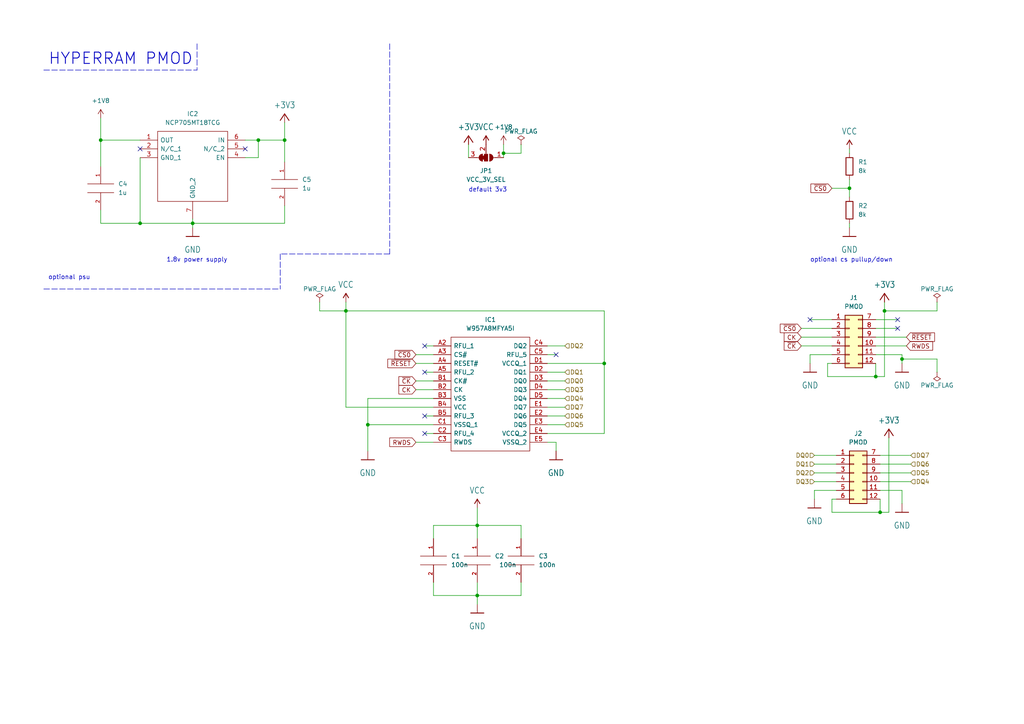
<source format=kicad_sch>
(kicad_sch (version 20211123) (generator eeschema)
  (paper "A4")
  (title_block (title "Hyperram PMOD") (date "2023-01-06") (rev "1") (company "picoLemon"))
  (lib_symbols
    (symbol "Connector_Generic:Conn_02x06_Top_Bottom" (pin_names (offset 1.016) hide)
      (property "Reference" "J" (at 1.27 7.62 0))
      (property "Value" "Conn_02x06_Top_Bottom" (at 1.27 -10.16 0))
      (symbol "Conn_02x06_Top_Bottom_1_1"
        (rectangle (start -1.27 -7.493) (end 0 -7.747) (stroke (width 0.1524)))
        (rectangle (start -1.27 -4.953) (end 0 -5.207) (stroke (width 0.1524)))
        (rectangle (start -1.27 -2.413) (end 0 -2.667) (stroke (width 0.1524)))
        (rectangle (start -1.27 0.127) (end 0 -0.127) (stroke (width 0.1524)))
        (rectangle (start -1.27 2.667) (end 0 2.413) (stroke (width 0.1524)))
        (rectangle (start -1.27 5.207) (end 0 4.953) (stroke (width 0.1524)))
        (rectangle (start -1.27 6.35) (end 3.81 -8.89) (stroke (width 0.254)) (fill (type background)))
        (rectangle (start 3.81 -7.493) (end 2.54 -7.747) (stroke (width 0.1524)))
        (rectangle (start 3.81 -4.953) (end 2.54 -5.207) (stroke (width 0.1524)))
        (rectangle (start 3.81 -2.413) (end 2.54 -2.667) (stroke (width 0.1524)))
        (rectangle (start 3.81 0.127) (end 2.54 -0.127) (stroke (width 0.1524)))
        (rectangle (start 3.81 2.667) (end 2.54 2.413) (stroke (width 0.1524)))
        (rectangle (start 3.81 5.207) (end 2.54 4.953) (stroke (width 0.1524)))
        (pin passive line (at -5.08 5.08 0) (length 3.81) (name "Pin_1") (number "1"))
        (pin passive line (at 7.62 -2.54 180) (length 3.81) (name "Pin_10") (number "10"))
        (pin passive line (at 7.62 -5.08 180) (length 3.81) (name "Pin_11") (number "11"))
        (pin passive line (at 7.62 -7.62 180) (length 3.81) (name "Pin_12") (number "12"))
        (pin passive line (at -5.08 2.54 0) (length 3.81) (name "Pin_2") (number "2"))
        (pin passive line (at -5.08 0 0) (length 3.81) (name "Pin_3") (number "3"))
        (pin passive line (at -5.08 -2.54 0) (length 3.81) (name "Pin_4") (number "4"))
        (pin passive line (at -5.08 -5.08 0) (length 3.81) (name "Pin_5") (number "5"))
        (pin passive line (at -5.08 -7.62 0) (length 3.81) (name "Pin_6") (number "6"))
        (pin passive line (at 7.62 5.08 180) (length 3.81) (name "Pin_7") (number "7"))
        (pin passive line (at 7.62 2.54 180) (length 3.81) (name "Pin_8") (number "8"))
        (pin passive line (at 7.62 0 180) (length 3.81) (name "Pin_9") (number "9"))
      )
    )
    (symbol "Device:R" (pin_numbers hide) (pin_names (offset 0))
      (property "Reference" "R" (at 2.032 0 90))
      (property "Value" "R" (at 0 0 90))
      (symbol "R_0_1"
        (rectangle (start -1.016 -2.54) (end 1.016 2.54) (stroke (width 0.254)))
      )
      (symbol "R_1_1"
        (pin passive line (at 0 3.81 270) (length 1.27) (name "~") (number "1"))
        (pin passive line (at 0 -3.81 90) (length 1.27) (name "~") (number "2"))
      )
    )
    (symbol "NCP705MT18TCG_1" (pin_names (offset 0.762))
      (property "Reference" "IC" (at 26.67 7.62 0))
      (property "Value" "NCP705MT18TCG_1" (at 26.67 5.08 0))
      (symbol "NCP705MT18TCG_1_0_0"
        (pin passive line (at 0 0 0) (length 5.08) (name "OUT") (number "1"))
        (pin passive line (at 0 -2.54 0) (length 5.08) (name "N/C_1") (number "2"))
        (pin passive line (at 0 -5.08 0) (length 5.08) (name "GND_1") (number "3"))
        (pin passive line (at 30.48 -5.08 180) (length 5.08) (name "EN") (number "4"))
        (pin passive line (at 30.48 -2.54 180) (length 5.08) (name "N/C_2") (number "5"))
        (pin passive line (at 30.48 0 180) (length 5.08) (name "IN") (number "6"))
        (pin passive line (at 15.24 -22.86 90) (length 5.08) (name "GND_2") (number "7"))
      )
      (symbol "NCP705MT18TCG_1_0_1"
        (polyline (pts (xy 5.08 2.54) (xy 25.4 2.54) (xy 25.4 -17.78) (xy 5.08 -17.78) (xy 5.08 2.54)) (stroke (width 0.1524)))
      )
    )
    (symbol "W957A8MFYA5I:W957A8MFYA5I" (pin_names (offset 0.762))
      (property "Reference" "IC" (at 29.21 7.62 0))
      (property "Value" "W957A8MFYA5I" (at 29.21 5.08 0))
      (symbol "W957A8MFYA5I_0_0"
        (pin passive line (at 0 0 0) (length 5.08) (name "RFU_1") (number "A2"))
        (pin passive line (at 0 -2.54 0) (length 5.08) (name "CS#") (number "A3"))
        (pin passive line (at 0 -5.08 0) (length 5.08) (name "RESET#") (number "A4"))
        (pin passive line (at 0 -7.62 0) (length 5.08) (name "RFU_2") (number "A5"))
        (pin passive line (at 0 -10.16 0) (length 5.08) (name "CK#") (number "B1"))
        (pin passive line (at 0 -12.7 0) (length 5.08) (name "CK") (number "B2"))
        (pin passive line (at 0 -15.24 0) (length 5.08) (name "VSS") (number "B3"))
        (pin passive line (at 0 -17.78 0) (length 5.08) (name "VCC") (number "B4"))
        (pin passive line (at 0 -20.32 0) (length 5.08) (name "RFU_3") (number "B5"))
        (pin passive line (at 0 -22.86 0) (length 5.08) (name "VSSQ_1") (number "C1"))
        (pin passive line (at 0 -25.4 0) (length 5.08) (name "RFU_4") (number "C2"))
        (pin passive line (at 0 -27.94 0) (length 5.08) (name "RWDS") (number "C3"))
        (pin passive line (at 33.02 0 180) (length 5.08) (name "DQ2") (number "C4"))
        (pin passive line (at 33.02 -2.54 180) (length 5.08) (name "RFU_5") (number "C5"))
        (pin passive line (at 33.02 -5.08 180) (length 5.08) (name "VCCQ_1") (number "D1"))
        (pin passive line (at 33.02 -7.62 180) (length 5.08) (name "DQ1") (number "D2"))
        (pin passive line (at 33.02 -10.16 180) (length 5.08) (name "DQ0") (number "D3"))
        (pin passive line (at 33.02 -12.7 180) (length 5.08) (name "DQ3") (number "D4"))
        (pin passive line (at 33.02 -15.24 180) (length 5.08) (name "DQ4") (number "D5"))
        (pin passive line (at 33.02 -17.78 180) (length 5.08) (name "DQ7") (number "E1"))
        (pin passive line (at 33.02 -20.32 180) (length 5.08) (name "DQ6") (number "E2"))
        (pin passive line (at 33.02 -22.86 180) (length 5.08) (name "DQ5") (number "E3"))
        (pin passive line (at 33.02 -25.4 180) (length 5.08) (name "VCCQ_2") (number "E4"))
        (pin passive line (at 33.02 -27.94 180) (length 5.08) (name "VSSQ_2") (number "E5"))
      )
      (symbol "W957A8MFYA5I_0_1"
        (polyline (pts (xy 5.08 2.54) (xy 27.94 2.54) (xy 27.94 -30.48) (xy 5.08 -30.48) (xy 5.08 2.54)) (stroke (width 0.1524)))
      )
    )
    (symbol "custom_jumpers:SolderJumper_3_Bridged23" (pin_names (offset 0) hide)
      (property "Reference" "JP" (at -2.54 -2.54 0))
      (property "Value" "SolderJumper_3_Bridged23" (at 0 2.794 0))
      (symbol "SolderJumper_3_Bridged23_0_1"
        (arc (start -1.016 1.016) (mid -2.032 0) (end -1.016 -1.016))
        (arc (start -1.016 1.016) (mid -2.032 0) (end -1.016 -1.016) (fill (type outline)))
        (rectangle (start -0.508 1.016) (end 0.508 -1.016) (fill (type outline)))
        (polyline (pts (xy -2.54 0) (xy -2.032 0)))
        (polyline (pts (xy -1.016 1.016) (xy -1.016 -1.016)))
        (polyline (pts (xy 0 -1.27) (xy 0 -1.016)))
        (polyline (pts (xy 1.016 1.016) (xy 1.016 -1.016)))
        (polyline (pts (xy 2.54 0) (xy 2.032 0)))
        (rectangle (start 0.4318 0.508) (end 0.9398 -0.508) (fill (type outline)))
        (arc (start 1.016 -1.016) (mid 2.032 0) (end 1.016 1.016))
        (arc (start 1.016 -1.016) (mid 2.032 0) (end 1.016 1.016) (fill (type outline)))
      )
      (symbol "SolderJumper_3_Bridged23_1_1"
        (pin passive line (at -5.08 0 0) (length 2.54) (name "A") (number "1"))
        (pin passive line (at 0 -3.81 90) (length 2.54) (name "C") (number "2"))
        (pin passive line (at 5.08 0 180) (length 2.54) (name "B") (number "3"))
      )
    )
    (symbol "hyperram-sm-x1-eagle-import:+3V3" (power)
      (property "Value" "+3V3" (at -2.54 -5.08 90))
      (symbol "+3V3_1_0"
        (polyline (pts (xy 0 0) (xy -1.27 -1.905)) (stroke (width 0.254)))
        (polyline (pts (xy 1.27 -1.905) (xy 0 0)) (stroke (width 0.254)))
        (pin power_in line (at 0 -2.54 90) (length 2.54) (name "+3V3") (number "1"))
      )
    )
    (symbol "hyperram-sm-x1-eagle-import:GND" (power)
      (property "Value" "GND" (at -2.54 -2.54 0))
      (symbol "GND_1_0"
        (polyline (pts (xy -1.905 0) (xy 1.905 0)) (stroke (width 0.254)))
        (pin power_in line (at 0 2.54 270) (length 2.54) (name "GND") (number "1"))
      )
    )
    (symbol "hyperram-sm-x1-eagle-import:VCC" (power)
      (property "Value" "VCC" (at -1.016 3.556 0))
      (symbol "VCC_1_0"
        (polyline (pts (xy 0 2.54) (xy -0.762 1.27)) (stroke (width 0.254)))
        (polyline (pts (xy 0.762 1.27) (xy 0 2.54)) (stroke (width 0.254)))
        (pin power_in line (at 0 0 90) (length 2.54) (name "VCC") (number "1"))
      )
    )
    (symbol "power:+1V8" (power) (pin_names (offset 0))
      (property "Value" "+1V8" (at 0 3.556 0))
      (symbol "+1V8_0_1"
        (polyline (pts (xy -0.762 1.27) (xy 0 2.54)))
        (polyline (pts (xy 0 0) (xy 0 2.54)))
        (polyline (pts (xy 0 2.54) (xy 0.762 1.27)))
      )
      (symbol "+1V8_1_1"
        (pin power_in line (at 0 0 90) (length 0) hide (name "+1V8") (number "1"))
      )
    )
    (symbol "power:PWR_FLAG" (power) (pin_numbers hide) (pin_names (offset 0) hide)
      (property "Value" "PWR_FLAG" (at 0 3.81 0))
      (symbol "PWR_FLAG_0_0"
        (pin power_out line (at 0 0 90) (length 0) (name "pwr") (number "1"))
      )
      (symbol "PWR_FLAG_0_1"
        (polyline (pts (xy 0 0) (xy 0 1.27) (xy -1.016 1.905) (xy 0 2.54) (xy 1.016 1.905) (xy 0 1.27)))
      )
    )
    (symbol "pspice:CAP" (pin_names (offset 0.254))
      (property "Reference" "C" (at 2.54 3.81 90))
      (property "Value" "CAP" (at 2.54 -3.81 90))
      (symbol "CAP_0_1"
        (polyline (pts (xy -3.81 -1.27) (xy 3.81 -1.27)))
        (polyline (pts (xy -3.81 1.27) (xy 3.81 1.27)))
      )
      (symbol "CAP_1_1"
        (pin passive line (at 0 6.35 270) (length 5.08) (name "~") (number "1"))
        (pin passive line (at 0 -6.35 90) (length 5.08) (name "~") (number "2"))
      )
    )
  )
  (junction (at 40.64 64.77))
  (junction (at 175.26 105.41))
  (junction (at 55.88 64.77))
  (junction (at 138.43 172.72))
  (junction (at 138.43 152.4))
  (junction (at 255.27 148.59))
  (junction (at 261.62 104.14))
  (junction (at 100.33 90.17))
  (junction (at 146.05 44.45))
  (junction (at 29.21 40.64))
  (junction (at 246.38 54.61))
  (junction (at 254 109.22))
  (junction (at 106.68 123.19))
  (junction (at 74.93 40.64))
  (junction (at 256.54 90.17))
  (junction (at 82.55 40.64))
  (no_connect (at 123.19 100.33))
  (no_connect (at 123.19 120.65))
  (no_connect (at 123.19 125.73))
  (no_connect (at 123.19 107.95))
  (no_connect (at 234.95 92.71))
  (no_connect (at 161.29 102.87))
  (no_connect (at 71.12 43.18))
  (no_connect (at 40.64 43.18))
  (no_connect (at 260.35 92.71))
  (no_connect (at 260.35 95.25))
  (wire (pts (xy 151.13 156.21) (xy 151.13 152.4)))
  (wire (pts (xy 138.43 152.4) (xy 138.43 156.21)))
  (wire (pts (xy 246.38 54.61) (xy 246.38 57.15)))
  (wire (pts (xy 158.75 125.73) (xy 175.26 125.73)))
  (wire (pts (xy 158.75 107.95) (xy 163.83 107.95)))
  (wire (pts (xy 246.38 43.18) (xy 246.38 44.45)))
  (wire (pts (xy 146.05 44.45) (xy 151.13 44.45)))
  (wire (pts (xy 120.65 102.87) (xy 125.73 102.87)))
  (wire (pts (xy 74.93 45.72) (xy 71.12 45.72)))
  (wire (pts (xy 246.38 52.07) (xy 246.38 54.61)))
  (wire (pts (xy 255.27 148.59) (xy 257.81 148.59)))
  (wire (pts (xy 82.55 64.77) (xy 55.88 64.77)))
  (wire (pts (xy 254 100.33) (xy 262.89 100.33)))
  (wire (pts (xy 100.33 87.63) (xy 100.33 90.17)))
  (wire (pts (xy 246.38 64.77) (xy 246.38 66.04)))
  (polyline (pts (xy 113.03 73.66) (xy 81.28 73.66)))
  (polyline (pts (xy 12.7 20.32) (xy 57.15 20.32)))
  (wire (pts (xy 55.88 64.77) (xy 55.88 66.04)))
  (wire (pts (xy 234.95 105.41) (xy 234.95 102.87)))
  (wire (pts (xy 240.03 109.22) (xy 254 109.22)))
  (wire (pts (xy 82.55 40.64) (xy 82.55 46.99)))
  (wire (pts (xy 158.75 105.41) (xy 175.26 105.41)))
  (wire (pts (xy 123.19 125.73) (xy 125.73 125.73)))
  (wire (pts (xy 82.55 35.56) (xy 82.55 40.64)))
  (wire (pts (xy 146.05 41.91) (xy 146.05 44.45)))
  (wire (pts (xy 271.78 104.14) (xy 261.62 104.14)))
  (wire (pts (xy 125.73 152.4) (xy 138.43 152.4)))
  (wire (pts (xy 100.33 90.17) (xy 100.33 118.11)))
  (wire (pts (xy 138.43 168.91) (xy 138.43 172.72)))
  (wire (pts (xy 158.75 118.11) (xy 163.83 118.11)))
  (wire (pts (xy 254 109.22) (xy 256.54 109.22)))
  (wire (pts (xy 261.62 104.14) (xy 261.62 102.87)))
  (wire (pts (xy 151.13 168.91) (xy 151.13 172.72)))
  (wire (pts (xy 236.22 134.62) (xy 242.57 134.62)))
  (wire (pts (xy 123.19 107.95) (xy 125.73 107.95)))
  (wire (pts (xy 138.43 152.4) (xy 151.13 152.4)))
  (wire (pts (xy 146.05 44.45) (xy 146.05 45.72)))
  (wire (pts (xy 138.43 147.32) (xy 138.43 152.4)))
  (wire (pts (xy 236.22 139.7) (xy 242.57 139.7)))
  (wire (pts (xy 120.65 113.03) (xy 125.73 113.03)))
  (polyline (pts (xy 113.03 12.7) (xy 113.03 73.66)))
  (wire (pts (xy 55.88 63.5) (xy 55.88 64.77)))
  (wire (pts (xy 158.75 120.65) (xy 163.83 120.65)))
  (wire (pts (xy 82.55 59.69) (xy 82.55 64.77)))
  (wire (pts (xy 138.43 172.72) (xy 151.13 172.72)))
  (wire (pts (xy 158.75 115.57) (xy 163.83 115.57)))
  (wire (pts (xy 161.29 130.81) (xy 161.29 128.27)))
  (wire (pts (xy 256.54 109.22) (xy 256.54 90.17)))
  (wire (pts (xy 135.89 41.91) (xy 135.89 45.72)))
  (wire (pts (xy 261.62 142.24) (xy 261.62 146.05)))
  (polyline (pts (xy 81.28 73.66) (xy 81.28 83.82)))
  (wire (pts (xy 71.12 40.64) (xy 74.93 40.64)))
  (wire (pts (xy 254 92.71) (xy 260.35 92.71)))
  (wire (pts (xy 92.71 87.63) (xy 92.71 90.17)))
  (wire (pts (xy 123.19 100.33) (xy 125.73 100.33)))
  (wire (pts (xy 158.75 100.33) (xy 163.83 100.33)))
  (wire (pts (xy 125.73 115.57) (xy 106.68 115.57)))
  (wire (pts (xy 106.68 115.57) (xy 106.68 123.19)))
  (wire (pts (xy 232.41 97.79) (xy 241.3 97.79)))
  (wire (pts (xy 254 97.79) (xy 262.89 97.79)))
  (wire (pts (xy 158.75 110.49) (xy 163.83 110.49)))
  (wire (pts (xy 234.95 92.71) (xy 241.3 92.71)))
  (wire (pts (xy 120.65 128.27) (xy 125.73 128.27)))
  (wire (pts (xy 254 102.87) (xy 261.62 102.87)))
  (polyline (pts (xy 57.15 12.7) (xy 57.15 20.32)))
  (wire (pts (xy 242.57 144.78) (xy 241.3 144.78)))
  (wire (pts (xy 240.03 105.41) (xy 240.03 109.22)))
  (wire (pts (xy 257.81 127) (xy 257.81 148.59)))
  (wire (pts (xy 256.54 90.17) (xy 271.78 90.17)))
  (wire (pts (xy 232.41 95.25) (xy 241.3 95.25)))
  (wire (pts (xy 236.22 144.78) (xy 236.22 142.24)))
  (wire (pts (xy 40.64 40.64) (xy 29.21 40.64)))
  (wire (pts (xy 234.95 102.87) (xy 241.3 102.87)))
  (wire (pts (xy 241.3 105.41) (xy 240.03 105.41)))
  (wire (pts (xy 158.75 113.03) (xy 163.83 113.03)))
  (wire (pts (xy 255.27 132.08) (xy 264.16 132.08)))
  (wire (pts (xy 125.73 156.21) (xy 125.73 152.4)))
  (wire (pts (xy 158.75 102.87) (xy 161.29 102.87)))
  (wire (pts (xy 241.3 144.78) (xy 241.3 148.59)))
  (wire (pts (xy 255.27 137.16) (xy 264.16 137.16)))
  (wire (pts (xy 29.21 64.77) (xy 40.64 64.77)))
  (wire (pts (xy 120.65 110.49) (xy 125.73 110.49)))
  (wire (pts (xy 161.29 128.27) (xy 158.75 128.27)))
  (wire (pts (xy 106.68 123.19) (xy 106.68 130.81)))
  (wire (pts (xy 255.27 134.62) (xy 264.16 134.62)))
  (wire (pts (xy 271.78 90.17) (xy 271.78 87.63)))
  (wire (pts (xy 123.19 120.65) (xy 125.73 120.65)))
  (wire (pts (xy 106.68 123.19) (xy 125.73 123.19)))
  (wire (pts (xy 74.93 40.64) (xy 74.93 45.72)))
  (wire (pts (xy 74.93 40.64) (xy 82.55 40.64)))
  (wire (pts (xy 125.73 172.72) (xy 138.43 172.72)))
  (wire (pts (xy 236.22 132.08) (xy 242.57 132.08)))
  (wire (pts (xy 236.22 137.16) (xy 242.57 137.16)))
  (wire (pts (xy 175.26 90.17) (xy 100.33 90.17)))
  (wire (pts (xy 29.21 34.29) (xy 29.21 40.64)))
  (wire (pts (xy 271.78 107.95) (xy 271.78 104.14)))
  (wire (pts (xy 40.64 45.72) (xy 40.64 64.77)))
  (wire (pts (xy 255.27 142.24) (xy 261.62 142.24)))
  (wire (pts (xy 92.71 90.17) (xy 100.33 90.17)))
  (wire (pts (xy 158.75 123.19) (xy 163.83 123.19)))
  (wire (pts (xy 236.22 142.24) (xy 242.57 142.24)))
  (wire (pts (xy 241.3 148.59) (xy 255.27 148.59)))
  (polyline (pts (xy 12.7 83.82) (xy 81.28 83.82)))
  (wire (pts (xy 138.43 172.72) (xy 138.43 175.26)))
  (wire (pts (xy 255.27 139.7) (xy 264.16 139.7)))
  (wire (pts (xy 40.64 64.77) (xy 55.88 64.77)))
  (wire (pts (xy 254 95.25) (xy 260.35 95.25)))
  (wire (pts (xy 120.65 105.41) (xy 125.73 105.41)))
  (wire (pts (xy 261.62 105.41) (xy 261.62 104.14)))
  (wire (pts (xy 255.27 148.59) (xy 255.27 144.78)))
  (wire (pts (xy 100.33 118.11) (xy 125.73 118.11)))
  (wire (pts (xy 125.73 168.91) (xy 125.73 172.72)))
  (wire (pts (xy 256.54 90.17) (xy 256.54 87.63)))
  (wire (pts (xy 232.41 100.33) (xy 241.3 100.33)))
  (wire (pts (xy 175.26 125.73) (xy 175.26 105.41)))
  (wire (pts (xy 254 109.22) (xy 254 105.41)))
  (wire (pts (xy 151.13 44.45) (xy 151.13 41.91)))
  (wire (pts (xy 175.26 90.17) (xy 175.26 105.41)))
  (wire (pts (xy 241.3 54.61) (xy 246.38 54.61)))
  (wire (pts (xy 29.21 40.64) (xy 29.21 48.26)))
  (wire (pts (xy 29.21 60.96) (xy 29.21 64.77)))
  (text "optional cs pullup/down" (at 234.95 76.2 0) (effects (font (size 1.27 1.27)) (justify left bottom)))
  (text "HYPERRAM PMOD" (at 13.97 19.05 0) (effects (font (size 3.27 3.27) (thickness 0.254) bold) (justify left bottom)))
  (text "optional psu" (at 13.97 81.28 0) (effects (font (size 1.27 1.27)) (justify left bottom)))
  (text "default 3v3" (at 135.89 55.88 0) (effects (font (size 1.27 1.27)) (justify left bottom)))
  (text "1.8v power supply" (at 48.26 76.2 0) (effects (font (size 1.27 1.27)) (justify left bottom)))
  (global_label "CK" (shape input) (at 232.41 97.79 180) (property "Intersheet References" "${INTERSHEET_REFS}" (effects hide)))
  (global_label "RWDS" (shape input) (at 120.65 128.27 180) (property "Intersheet References" "${INTERSHEET_REFS}" (effects hide)))
  (global_label "~{RESET}" (shape input) (at 120.65 105.41 180) (property "Intersheet References" "${INTERSHEET_REFS}" (effects hide)))
  (global_label "~{CK}" (shape input) (at 120.65 110.49 180) (property "Intersheet References" "${INTERSHEET_REFS}" (effects hide)))
  (global_label "~{CS0}" (shape input) (at 120.65 102.87 180) (property "Intersheet References" "${INTERSHEET_REFS}" (effects hide)))
  (global_label "~{CS0}" (shape input) (at 241.3 54.61 180) (property "Intersheet References" "${INTERSHEET_REFS}" (effects hide)))
  (global_label "~{RESET}" (shape input) (at 262.89 97.79 0) (property "Intersheet References" "${INTERSHEET_REFS}" (effects hide)))
  (global_label "CK" (shape input) (at 120.65 113.03 180) (property "Intersheet References" "${INTERSHEET_REFS}" (effects hide)))
  (global_label "~{CS0}" (shape input) (at 232.41 95.25 180) (property "Intersheet References" "${INTERSHEET_REFS}" (effects hide)))
  (global_label "RWDS" (shape input) (at 262.89 100.33 0) (property "Intersheet References" "${INTERSHEET_REFS}" (effects hide)))
  (global_label "~{CK}" (shape input) (at 232.41 100.33 180) (property "Intersheet References" "${INTERSHEET_REFS}" (effects hide)))
  (hierarchical_label "DQ2" (shape input) (at 236.22 137.16 180))
  (hierarchical_label "DQ4" (shape input) (at 163.83 115.57 0))
  (hierarchical_label "DQ6" (shape input) (at 163.83 120.65 0))
  (hierarchical_label "DQ5" (shape input) (at 264.16 137.16 0))
  (hierarchical_label "DQ0" (shape input) (at 163.83 110.49 0))
  (hierarchical_label "DQ1" (shape input) (at 236.22 134.62 180))
  (hierarchical_label "DQ1" (shape input) (at 163.83 107.95 0))
  (hierarchical_label "DQ0" (shape input) (at 236.22 132.08 180))
  (hierarchical_label "DQ6" (shape input) (at 264.16 134.62 0))
  (hierarchical_label "DQ7" (shape input) (at 163.83 118.11 0))
  (hierarchical_label "DQ4" (shape input) (at 264.16 139.7 0))
  (hierarchical_label "DQ7" (shape input) (at 264.16 132.08 0))
  (hierarchical_label "DQ3" (shape input) (at 236.22 139.7 180))
  (hierarchical_label "DQ5" (shape input) (at 163.83 123.19 0))
  (hierarchical_label "DQ2" (shape input) (at 163.83 100.33 0))
  (hierarchical_label "DQ3" (shape input) (at 163.83 113.03 0))
  (symbol (lib_id "pspice:CAP") (at 151.13 162.56 0) (unit 1)
    (property "Reference" "C3" (at 156.21 161.2899 0) (effects (justify left)))
    (property "Value" "100n" (at 156.21 163.8299 0) (effects (justify left)))
    (property "Footprint" "Capacitor_Tantalum_SMD:CP_EIA-1608-08_AVX-J" (effects hide))
  )
  (symbol (lib_name "NCP705MT18TCG_1") (lib_id "NCP705MT18TCG:NCP705MT18TCG") (at 40.64 40.64 0) (unit 1) (in_bom no)
    (property "Reference" "IC2" (at 55.88 33.02 0))
    (property "Value" "NCP705MT18TCG" (at 55.88 35.56 0))
    (property "Footprint" "libs:SON65P200X200X80-7N" (effects hide))
    (property "Datasheet" "http://www.onsemi.com/pub/Collateral/NCP705-D.PDF" (effects hide))
    (property "Description" "ON SEMICONDUCTOR - NCP705MT18TCG - Fixed LDO Voltage Regulator, 2.5V to 5.5V, 230mV Dropout, 1.8Vout, 500mAout, WDFN-6" (effects hide))
    (property "Height" "0.8" (effects hide))
    (property "Mouser Part Number" "863-NCP705MT18TCG" (effects hide))
    (property "Mouser Price/Stock" "https://www.mouser.co.uk/ProductDetail/onsemi/NCP705MT18TCG?qs=l5F7KFZg3O7khsZE8Sn8ww%3D%3D" (effects hide))
    (property "Manufacturer_Name" "onsemi" (effects hide))
    (property "Manufacturer_Part_Number" "NCP705MT18TCG" (effects hide))
  )
  (symbol (lib_id "hyperram-sm-x1-eagle-import:GND") (at 138.43 177.8 0) (unit 1)
    (property "Reference" "#GND0104" (effects hide))
    (property "Value" "GND" (at 138.43 181.61 0) (effects (font (size 1.778 1.5113))))
    (property "Footprint" "kicad-helloworld:" (effects hide))
  )
  (symbol (lib_id "power:PWR_FLAG") (at 92.71 87.63 0) (unit 1)
    (property "Reference" "#FLG0102" (effects hide))
    (property "Value" "PWR_FLAG" (at 92.71 83.82 0))
  )
  (symbol (lib_id "hyperram-sm-x1-eagle-import:VCC") (at 246.38 43.18 0) (unit 1)
    (property "Reference" "#SUPPLY0102" (effects hide))
    (property "Value" "VCC" (at 246.38 38.1 0) (effects (font (size 1.778 1.5113))))
    (property "Footprint" "kicad-helloworld:" (effects hide))
  )
  (symbol (lib_id "hyperram-sm-x1-eagle-import:GND") (at 236.22 147.32 0) (unit 1)
    (property "Reference" "#GND0102" (effects hide))
    (property "Value" "GND" (at 236.22 151.13 0) (effects (font (size 1.778 1.5113))))
    (property "Footprint" "kicad-helloworld:" (effects hide))
  )
  (symbol (lib_id "Device:R") (at 246.38 60.96 0) (unit 1) (in_bom no)
    (property "Reference" "R2" (at 248.92 59.6899 0) (effects (justify left)))
    (property "Value" "8k" (at 248.92 62.2299 0) (effects (justify left)))
    (property "Footprint" "Resistor_SMD:R_0805_2012Metric" (effects hide))
  )
  (symbol (lib_id "hyperram-sm-x1-eagle-import:+3V3") (at 257.81 124.46 0) (unit 1)
    (property "Reference" "#+3V0101" (effects hide))
    (property "Value" "+3V3" (at 257.81 121.92 0) (effects (font (size 1.778 1.5113))))
    (property "Footprint" "kicad-helloworld:" (effects hide))
  )
  (symbol (lib_id "power:PWR_FLAG") (at 271.78 87.63 0) (unit 1)
    (property "Reference" "#FLG0106" (effects hide))
    (property "Value" "PWR_FLAG" (at 271.78 83.82 0))
  )
  (symbol (lib_id "hyperram-sm-x1-eagle-import:VCC") (at 140.97 41.91 0) (unit 1)
    (property "Reference" "#SUPPLY0104" (effects hide))
    (property "Value" "VCC" (at 140.97 36.83 0) (effects (font (size 1.778 1.5113))))
    (property "Footprint" "kicad-helloworld:" (effects hide))
  )
  (symbol (lib_id "Device:R") (at 246.38 48.26 0) (unit 1) (in_bom no)
    (property "Reference" "R1" (at 248.92 46.9899 0) (effects (justify left)))
    (property "Value" "8k" (at 248.92 49.5299 0) (effects (justify left)))
    (property "Footprint" "Resistor_SMD:R_0805_2012Metric" (effects hide))
  )
  (symbol (lib_id "hyperram-sm-x1-eagle-import:GND") (at 106.68 133.35 0) (unit 1)
    (property "Reference" "#GND0103" (effects hide))
    (property "Value" "GND" (at 106.68 137.16 0) (effects (font (size 1.778 1.5113))))
    (property "Footprint" "kicad-helloworld:" (effects hide))
  )
  (symbol (lib_id "hyperram-sm-x1-eagle-import:GND") (at 161.29 133.35 0) (unit 1)
    (property "Reference" "#GND0105" (effects hide))
    (property "Value" "GND" (at 161.29 137.16 0) (effects (font (size 1.778 1.5113))))
    (property "Footprint" "kicad-helloworld:" (effects hide))
  )
  (symbol (lib_id "hyperram-sm-x1-eagle-import:+3V3") (at 82.55 33.02 0) (unit 1)
    (property "Reference" "#+3V0102" (effects hide))
    (property "Value" "+3V3" (at 82.55 30.48 0) (effects (font (size 1.778 1.5113))))
    (property "Footprint" "kicad-helloworld:" (effects hide))
  )
  (symbol (lib_id "W957A8MFYA5I:W957A8MFYA5I") (at 125.73 100.33 0) (unit 1)
    (property "Reference" "IC1" (at 142.24 92.71 0))
    (property "Value" "W957A8MFYA5I" (at 142.24 95.25 0))
    (property "Footprint" "SamacSys_Parts:BGA24C100P5X5_600X800X120" (effects hide))
    (property "Datasheet" "https://www.mouser.co.uk/datasheet/2/949/W957x8MFYA_128Mb_HyperRAM_TFBGA24_DDP_datasheet_A0-1928530.pdf" (effects hide))
    (property "Description" "DRAM Chip Mobile-DDR SDRAM 128Mbit 16Mx8 3V" (effects hide))
    (property "Height" "1.2" (effects hide))
    (property "Manufacturer_Name" "Winbond" (effects hide))
    (property "Manufacturer_Part_Number" "W957A8MFYA5I" (effects hide))
  )
  (symbol (lib_id "hyperram-sm-x1-eagle-import:GND") (at 55.88 68.58 0) (unit 1)
    (property "Reference" "#GND0109" (effects hide))
    (property "Value" "GND" (at 55.88 72.39 0) (effects (font (size 1.778 1.5113))))
    (property "Footprint" "kicad-helloworld:" (effects hide))
  )
  (symbol (lib_id "power:+1V8") (at 29.21 34.29 0) (unit 1)
    (property "Reference" "#PWR0102" (effects hide))
    (property "Value" "+1V8" (at 29.21 29.21 0))
  )
  (symbol (lib_id "hyperram-sm-x1-eagle-import:+3V3") (at 135.89 39.37 0) (unit 1)
    (property "Reference" "#+3V0103" (effects hide))
    (property "Value" "+3V3" (at 135.89 36.83 0) (effects (font (size 1.778 1.5113))))
    (property "Footprint" "kicad-helloworld:" (effects hide))
  )
  (symbol (lib_id "custom_jumpers:SolderJumper_3_Bridged23") (at 140.97 45.72 180) (unit 1) (in_bom no)
    (property "Reference" "JP1" (at 140.97 49.53 0))
    (property "Value" "VCC_3V_SEL" (at 140.97 52.07 0))
    (property "Footprint" "custom_jumpers:SolderJumper-3_P1.3mm_Bridged23_RoundedPad1.0x1.5mm" (effects hide))
  )
  (symbol (lib_id "Connector_Generic:Conn_02x06_Top_Bottom") (at 247.65 137.16 0) (unit 1)
    (property "Reference" "J2" (at 248.92 125.73 0))
    (property "Value" "PMOD" (at 248.92 128.27 0))
    (property "Footprint" "libs:pmod_pin_array_6x2" (effects hide))
  )
  (symbol (lib_id "hyperram-sm-x1-eagle-import:VCC") (at 138.43 147.32 0) (mirror y) (unit 1)
    (property "Reference" "#SUPPLY0103" (effects hide))
    (property "Value" "VCC" (at 138.43 142.24 0) (effects (font (size 1.778 1.5113))))
    (property "Footprint" "kicad-helloworld:" (effects hide))
  )
  (symbol (lib_id "power:+1V8") (at 146.05 41.91 0) (unit 1)
    (property "Reference" "#PWR0101" (effects hide))
    (property "Value" "+1V8" (at 146.05 36.83 0))
  )
  (symbol (lib_id "pspice:CAP") (at 138.43 162.56 0) (unit 1)
    (property "Reference" "C2" (at 143.51 161.2899 0) (effects (justify left)))
    (property "Value" "100n" (at 144.78 163.8299 0) (effects (justify left)))
    (property "Footprint" "Capacitor_Tantalum_SMD:CP_EIA-1608-08_AVX-J" (effects hide))
  )
  (symbol (lib_id "pspice:CAP") (at 125.73 162.56 0) (unit 1)
    (property "Reference" "C1" (at 130.81 161.2899 0) (effects (justify left)))
    (property "Value" "100n" (at 130.81 163.8299 0) (effects (justify left)))
    (property "Footprint" "Capacitor_Tantalum_SMD:CP_EIA-1608-08_AVX-J" (effects hide))
  )
  (symbol (lib_id "power:PWR_FLAG") (at 271.78 107.95 180) (unit 1)
    (property "Reference" "#FLG0101" (effects hide))
    (property "Value" "PWR_FLAG" (at 271.78 111.76 0))
  )
  (symbol (lib_id "pspice:CAP") (at 29.21 54.61 0) (unit 1) (in_bom no)
    (property "Reference" "C4" (at 34.29 53.3399 0) (effects (justify left)))
    (property "Value" "1u" (at 34.29 55.8799 0) (effects (justify left)))
    (property "Footprint" "Capacitor_Tantalum_SMD:CP_EIA-1608-08_AVX-J" (effects hide))
  )
  (symbol (lib_id "hyperram-sm-x1-eagle-import:GND") (at 261.62 148.59 0) (unit 1)
    (property "Reference" "#GND0101" (effects hide))
    (property "Value" "GND" (at 261.62 152.4 0) (effects (font (size 1.778 1.5113))))
    (property "Footprint" "kicad-helloworld:" (effects hide))
  )
  (symbol (lib_id "hyperram-sm-x1-eagle-import:GND") (at 246.38 68.58 0) (unit 1)
    (property "Reference" "#GND0108" (effects hide))
    (property "Value" "GND" (at 246.38 72.39 0) (effects (font (size 1.778 1.5113))))
    (property "Footprint" "kicad-helloworld:" (effects hide))
  )
  (symbol (lib_id "hyperram-sm-x1-eagle-import:GND") (at 261.62 107.95 0) (unit 1)
    (property "Reference" "#GND0107" (effects hide))
    (property "Value" "GND" (at 261.62 111.76 0) (effects (font (size 1.778 1.5113))))
    (property "Footprint" "kicad-helloworld:" (effects hide))
  )
  (symbol (lib_id "pspice:CAP") (at 82.55 53.34 0) (unit 1) (in_bom no)
    (property "Reference" "C5" (at 87.63 52.0699 0) (effects (justify left)))
    (property "Value" "1u" (at 87.63 54.6099 0) (effects (justify left)))
    (property "Footprint" "Capacitor_Tantalum_SMD:CP_EIA-1608-08_AVX-J" (effects hide))
  )
  (symbol (lib_id "Connector_Generic:Conn_02x06_Top_Bottom") (at 246.38 97.79 0) (unit 1)
    (property "Reference" "J1" (at 247.65 86.36 0))
    (property "Value" "PMOD" (at 247.65 88.9 0))
    (property "Footprint" "libs:pmod_pin_array_6x2" (effects hide))
  )
  (symbol (lib_id "hyperram-sm-x1-eagle-import:VCC") (at 100.33 87.63 0) (unit 1)
    (property "Reference" "#SUPPLY0101" (effects hide))
    (property "Value" "VCC" (at 100.33 82.55 0) (effects (font (size 1.778 1.5113))))
    (property "Footprint" "kicad-helloworld:" (effects hide))
  )
  (symbol (lib_id "hyperram-sm-x1-eagle-import:+3V3") (at 256.54 85.09 0) (unit 1)
    (property "Reference" "#+3V0104" (effects hide))
    (property "Value" "+3V3" (at 256.54 82.55 0) (effects (font (size 1.778 1.5113))))
    (property "Footprint" "kicad-helloworld:" (effects hide))
  )
  (symbol (lib_id "power:PWR_FLAG") (at 151.13 41.91 0) (unit 1)
    (property "Reference" "#FLG0103" (effects hide))
    (property "Value" "PWR_FLAG" (at 151.13 38.1 0))
  )
  (symbol (lib_id "hyperram-sm-x1-eagle-import:GND") (at 234.95 107.95 0) (unit 1)
    (property "Reference" "#GND0106" (effects hide))
    (property "Value" "GND" (at 234.95 111.76 0) (effects (font (size 1.778 1.5113))))
    (property "Footprint" "kicad-helloworld:" (effects hide))
  )
)
</source>
